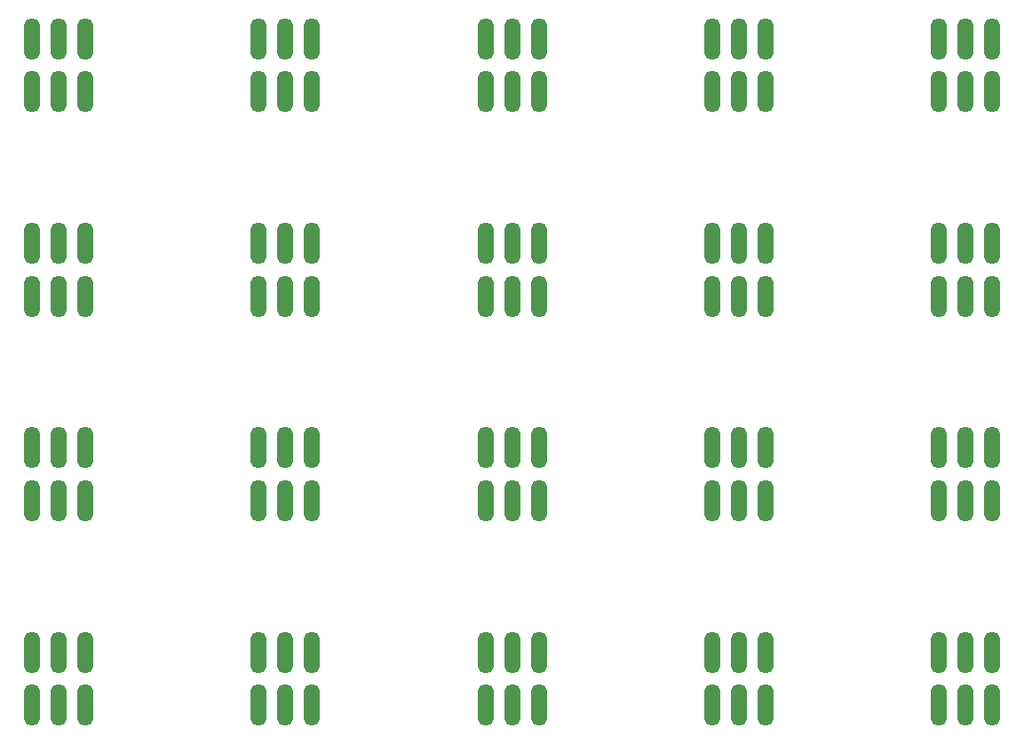
<source format=gbr>
%TF.GenerationSoftware,KiCad,Pcbnew,8.0.4*%
%TF.CreationDate,2024-10-17T13:25:31+11:00*%
%TF.ProjectId,panel,70616e65-6c2e-46b6-9963-61645f706362,rev?*%
%TF.SameCoordinates,Original*%
%TF.FileFunction,Paste,Bot*%
%TF.FilePolarity,Positive*%
%FSLAX46Y46*%
G04 Gerber Fmt 4.6, Leading zero omitted, Abs format (unit mm)*
G04 Created by KiCad (PCBNEW 8.0.4) date 2024-10-17 13:25:31*
%MOMM*%
%LPD*%
G01*
G04 APERTURE LIST*
G04 Aperture macros list*
%AMRoundRect*
0 Rectangle with rounded corners*
0 $1 Rounding radius*
0 $2 $3 $4 $5 $6 $7 $8 $9 X,Y pos of 4 corners*
0 Add a 4 corners polygon primitive as box body*
4,1,4,$2,$3,$4,$5,$6,$7,$8,$9,$2,$3,0*
0 Add four circle primitives for the rounded corners*
1,1,$1+$1,$2,$3*
1,1,$1+$1,$4,$5*
1,1,$1+$1,$6,$7*
1,1,$1+$1,$8,$9*
0 Add four rect primitives between the rounded corners*
20,1,$1+$1,$2,$3,$4,$5,0*
20,1,$1+$1,$4,$5,$6,$7,0*
20,1,$1+$1,$6,$7,$8,$9,0*
20,1,$1+$1,$8,$9,$2,$3,0*%
G04 Aperture macros list end*
%ADD10RoundRect,0.750000X-0.000010X1.250000X-0.000010X-1.250000X0.000010X-1.250000X0.000010X1.250000X0*%
G04 APERTURE END LIST*
D10*
%TO.C,J1*%
X36860000Y-14225000D03*
X39400000Y-14225000D03*
X41940000Y-14225000D03*
X41940000Y-19275000D03*
X39400000Y-19275000D03*
X36860000Y-19275000D03*
%TD*%
%TO.C,J1*%
X80060000Y-72725000D03*
X82600000Y-72725000D03*
X85140000Y-72725000D03*
X85140000Y-77775000D03*
X82600000Y-77775000D03*
X80060000Y-77775000D03*
%TD*%
%TO.C,J1*%
X80060000Y-33725000D03*
X82600000Y-33725000D03*
X85140000Y-33725000D03*
X85140000Y-38775000D03*
X82600000Y-38775000D03*
X80060000Y-38775000D03*
%TD*%
%TO.C,J1*%
X58460000Y-72725000D03*
X61000000Y-72725000D03*
X63540000Y-72725000D03*
X63540000Y-77775000D03*
X61000000Y-77775000D03*
X58460000Y-77775000D03*
%TD*%
%TO.C,J1*%
X36860000Y-72725000D03*
X39400000Y-72725000D03*
X41940000Y-72725000D03*
X41940000Y-77775000D03*
X39400000Y-77775000D03*
X36860000Y-77775000D03*
%TD*%
%TO.C,J1*%
X101660000Y-14225000D03*
X104200000Y-14225000D03*
X106740000Y-14225000D03*
X106740000Y-19275000D03*
X104200000Y-19275000D03*
X101660000Y-19275000D03*
%TD*%
%TO.C,J1*%
X101660000Y-72725000D03*
X104200000Y-72725000D03*
X106740000Y-72725000D03*
X106740000Y-77775000D03*
X104200000Y-77775000D03*
X101660000Y-77775000D03*
%TD*%
%TO.C,J1*%
X101660000Y-53225000D03*
X104200000Y-53225000D03*
X106740000Y-53225000D03*
X106740000Y-58275000D03*
X104200000Y-58275000D03*
X101660000Y-58275000D03*
%TD*%
%TO.C,J1*%
X15260000Y-72725000D03*
X17800000Y-72725000D03*
X20340000Y-72725000D03*
X20340000Y-77775000D03*
X17800000Y-77775000D03*
X15260000Y-77775000D03*
%TD*%
%TO.C,J1*%
X101660000Y-33725000D03*
X104200000Y-33725000D03*
X106740000Y-33725000D03*
X106740000Y-38775000D03*
X104200000Y-38775000D03*
X101660000Y-38775000D03*
%TD*%
%TO.C,J1*%
X58460000Y-53225000D03*
X61000000Y-53225000D03*
X63540000Y-53225000D03*
X63540000Y-58275000D03*
X61000000Y-58275000D03*
X58460000Y-58275000D03*
%TD*%
%TO.C,J1*%
X15260000Y-33725000D03*
X17800000Y-33725000D03*
X20340000Y-33725000D03*
X20340000Y-38775000D03*
X17800000Y-38775000D03*
X15260000Y-38775000D03*
%TD*%
%TO.C,J1*%
X36860000Y-53225000D03*
X39400000Y-53225000D03*
X41940000Y-53225000D03*
X41940000Y-58275000D03*
X39400000Y-58275000D03*
X36860000Y-58275000D03*
%TD*%
%TO.C,J1*%
X36860000Y-33725000D03*
X39400000Y-33725000D03*
X41940000Y-33725000D03*
X41940000Y-38775000D03*
X39400000Y-38775000D03*
X36860000Y-38775000D03*
%TD*%
%TO.C,J1*%
X58460000Y-33725000D03*
X61000000Y-33725000D03*
X63540000Y-33725000D03*
X63540000Y-38775000D03*
X61000000Y-38775000D03*
X58460000Y-38775000D03*
%TD*%
%TO.C,J1*%
X15260000Y-14225000D03*
X17800000Y-14225000D03*
X20340000Y-14225000D03*
X20340000Y-19275000D03*
X17800000Y-19275000D03*
X15260000Y-19275000D03*
%TD*%
%TO.C,J1*%
X80060000Y-53225000D03*
X82600000Y-53225000D03*
X85140000Y-53225000D03*
X85140000Y-58275000D03*
X82600000Y-58275000D03*
X80060000Y-58275000D03*
%TD*%
%TO.C,J1*%
X15260000Y-53225000D03*
X17800000Y-53225000D03*
X20340000Y-53225000D03*
X20340000Y-58275000D03*
X17800000Y-58275000D03*
X15260000Y-58275000D03*
%TD*%
%TO.C,J1*%
X80060000Y-14225000D03*
X82600000Y-14225000D03*
X85140000Y-14225000D03*
X85140000Y-19275000D03*
X82600000Y-19275000D03*
X80060000Y-19275000D03*
%TD*%
%TO.C,J1*%
X58460000Y-14225000D03*
X61000000Y-14225000D03*
X63540000Y-14225000D03*
X63540000Y-19275000D03*
X61000000Y-19275000D03*
X58460000Y-19275000D03*
%TD*%
M02*

</source>
